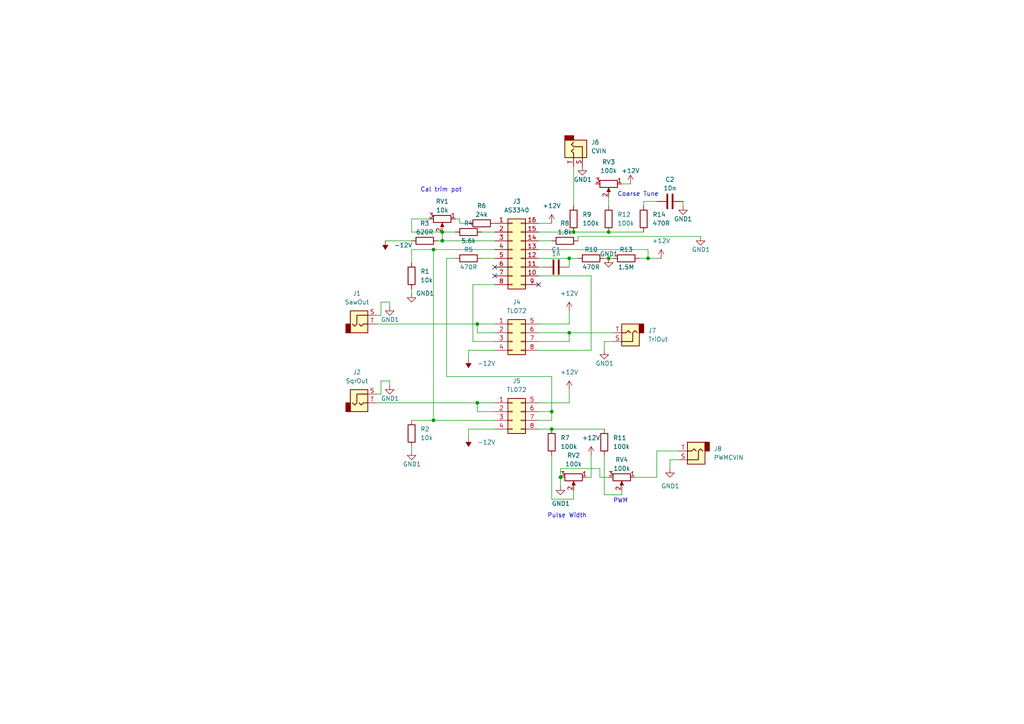
<source format=kicad_sch>
(kicad_sch (version 20211123) (generator eeschema)
  (paper "A4")
  (lib_symbols
    (symbol "Connector:AudioJack2"
      (property "Reference" "J" (at 0 8.89 0))
      (property "Value" "AudioJack2" (at 0 6.35 0))
      (symbol "AudioJack2_0_1"
        (rectangle (start -3.81 0) (end -2.54 -2.54) (stroke (width 0.254)) (fill (type outline)))
        (rectangle (start -2.54 3.81) (end 2.54 -2.54) (stroke (width 0.254)) (fill (type background)))
        (polyline (pts (xy 0 0) (xy 0.635 -0.635) (xy 1.27 0) (xy 2.54 0)) (stroke (width 0.254)))
        (polyline (pts (xy 2.54 2.54) (xy -0.635 2.54) (xy -0.635 0) (xy -1.27 -0.635) (xy -1.905 0)) (stroke (width 0.254)))
      )
      (symbol "AudioJack2_1_1"
        (pin passive line (at 5.08 2.54 180) (length 2.54) (name "~") (number "S"))
        (pin passive line (at 5.08 0 180) (length 2.54) (name "~") (number "T"))
      )
    )
    (symbol "Connector_Generic:Conn_02x04_Top_Bottom" (pin_names (offset 1.016) hide)
      (property "Reference" "J" (at 1.27 5.08 0))
      (property "Value" "Conn_02x04_Top_Bottom" (at 1.27 -7.62 0))
      (symbol "Conn_02x04_Top_Bottom_1_1"
        (rectangle (start -1.27 -4.953) (end 0 -5.207) (stroke (width 0.1524)))
        (rectangle (start -1.27 -2.413) (end 0 -2.667) (stroke (width 0.1524)))
        (rectangle (start -1.27 0.127) (end 0 -0.127) (stroke (width 0.1524)))
        (rectangle (start -1.27 2.667) (end 0 2.413) (stroke (width 0.1524)))
        (rectangle (start -1.27 3.81) (end 3.81 -6.35) (stroke (width 0.254)) (fill (type background)))
        (rectangle (start 3.81 -4.953) (end 2.54 -5.207) (stroke (width 0.1524)))
        (rectangle (start 3.81 -2.413) (end 2.54 -2.667) (stroke (width 0.1524)))
        (rectangle (start 3.81 0.127) (end 2.54 -0.127) (stroke (width 0.1524)))
        (rectangle (start 3.81 2.667) (end 2.54 2.413) (stroke (width 0.1524)))
        (pin passive line (at -5.08 2.54 0) (length 3.81) (name "Pin_1") (number "1"))
        (pin passive line (at -5.08 0 0) (length 3.81) (name "Pin_2") (number "2"))
        (pin passive line (at -5.08 -2.54 0) (length 3.81) (name "Pin_3") (number "3"))
        (pin passive line (at -5.08 -5.08 0) (length 3.81) (name "Pin_4") (number "4"))
        (pin passive line (at 7.62 2.54 180) (length 3.81) (name "Pin_5") (number "5"))
        (pin passive line (at 7.62 0 180) (length 3.81) (name "Pin_6") (number "6"))
        (pin passive line (at 7.62 -2.54 180) (length 3.81) (name "Pin_7") (number "7"))
        (pin passive line (at 7.62 -5.08 180) (length 3.81) (name "Pin_8") (number "8"))
      )
    )
    (symbol "Connector_Generic:Conn_02x08_Counter_Clockwise" (pin_names (offset 1.016) hide)
      (property "Reference" "J" (at 1.27 10.16 0))
      (property "Value" "Conn_02x08_Counter_Clockwise" (at 1.27 -12.7 0))
      (symbol "Conn_02x08_Counter_Clockwise_1_1"
        (rectangle (start -1.27 -10.033) (end 0 -10.287) (stroke (width 0.1524)))
        (rectangle (start -1.27 -7.493) (end 0 -7.747) (stroke (width 0.1524)))
        (rectangle (start -1.27 -4.953) (end 0 -5.207) (stroke (width 0.1524)))
        (rectangle (start -1.27 -2.413) (end 0 -2.667) (stroke (width 0.1524)))
        (rectangle (start -1.27 0.127) (end 0 -0.127) (stroke (width 0.1524)))
        (rectangle (start -1.27 2.667) (end 0 2.413) (stroke (width 0.1524)))
        (rectangle (start -1.27 5.207) (end 0 4.953) (stroke (width 0.1524)))
        (rectangle (start -1.27 7.747) (end 0 7.493) (stroke (width 0.1524)))
        (rectangle (start -1.27 8.89) (end 3.81 -11.43) (stroke (width 0.254)) (fill (type background)))
        (rectangle (start 3.81 -10.033) (end 2.54 -10.287) (stroke (width 0.1524)))
        (rectangle (start 3.81 -7.493) (end 2.54 -7.747) (stroke (width 0.1524)))
        (rectangle (start 3.81 -4.953) (end 2.54 -5.207) (stroke (width 0.1524)))
        (rectangle (start 3.81 -2.413) (end 2.54 -2.667) (stroke (width 0.1524)))
        (rectangle (start 3.81 0.127) (end 2.54 -0.127) (stroke (width 0.1524)))
        (rectangle (start 3.81 2.667) (end 2.54 2.413) (stroke (width 0.1524)))
        (rectangle (start 3.81 5.207) (end 2.54 4.953) (stroke (width 0.1524)))
        (rectangle (start 3.81 7.747) (end 2.54 7.493) (stroke (width 0.1524)))
        (pin passive line (at -5.08 7.62 0) (length 3.81) (name "Pin_1") (number "1"))
        (pin passive line (at 7.62 -7.62 180) (length 3.81) (name "Pin_10") (number "10"))
        (pin passive line (at 7.62 -5.08 180) (length 3.81) (name "Pin_11") (number "11"))
        (pin passive line (at 7.62 -2.54 180) (length 3.81) (name "Pin_12") (number "12"))
        (pin passive line (at 7.62 0 180) (length 3.81) (name "Pin_13") (number "13"))
        (pin passive line (at 7.62 2.54 180) (length 3.81) (name "Pin_14") (number "14"))
        (pin passive line (at 7.62 5.08 180) (length 3.81) (name "Pin_15") (number "15"))
        (pin passive line (at 7.62 7.62 180) (length 3.81) (name "Pin_16") (number "16"))
        (pin passive line (at -5.08 5.08 0) (length 3.81) (name "Pin_2") (number "2"))
        (pin passive line (at -5.08 2.54 0) (length 3.81) (name "Pin_3") (number "3"))
        (pin passive line (at -5.08 0 0) (length 3.81) (name "Pin_4") (number "4"))
        (pin passive line (at -5.08 -2.54 0) (length 3.81) (name "Pin_5") (number "5"))
        (pin passive line (at -5.08 -5.08 0) (length 3.81) (name "Pin_6") (number "6"))
        (pin passive line (at -5.08 -7.62 0) (length 3.81) (name "Pin_7") (number "7"))
        (pin passive line (at -5.08 -10.16 0) (length 3.81) (name "Pin_8") (number "8"))
        (pin passive line (at 7.62 -10.16 180) (length 3.81) (name "Pin_9") (number "9"))
      )
    )
    (symbol "Device:C" (pin_numbers hide) (pin_names (offset 0.254))
      (property "Reference" "C" (at 0.635 2.54 0))
      (property "Value" "C" (at 0.635 -2.54 0))
      (symbol "C_0_1"
        (polyline (pts (xy -2.032 -0.762) (xy 2.032 -0.762)) (stroke (width 0.508)))
        (polyline (pts (xy -2.032 0.762) (xy 2.032 0.762)) (stroke (width 0.508)))
      )
      (symbol "C_1_1"
        (pin passive line (at 0 3.81 270) (length 2.794) (name "~") (number "1"))
        (pin passive line (at 0 -3.81 90) (length 2.794) (name "~") (number "2"))
      )
    )
    (symbol "Device:R" (pin_numbers hide) (pin_names (offset 0))
      (property "Reference" "R" (at 2.032 0 90))
      (property "Value" "R" (at 0 0 90))
      (symbol "R_0_1"
        (rectangle (start -1.016 -2.54) (end 1.016 2.54) (stroke (width 0.254)))
      )
      (symbol "R_1_1"
        (pin passive line (at 0 3.81 270) (length 1.27) (name "~") (number "1"))
        (pin passive line (at 0 -3.81 90) (length 1.27) (name "~") (number "2"))
      )
    )
    (symbol "Device:R_Potentiometer" (pin_names (offset 1.016) hide)
      (property "Reference" "RV" (at -4.445 0 90))
      (property "Value" "R_Potentiometer" (at -2.54 0 90))
      (symbol "R_Potentiometer_0_1"
        (polyline (pts (xy 2.54 0) (xy 1.524 0)))
        (polyline (pts (xy 1.143 0) (xy 2.286 0.508) (xy 2.286 -0.508) (xy 1.143 0)) (fill (type outline)))
        (rectangle (start 1.016 2.54) (end -1.016 -2.54) (stroke (width 0.254)))
      )
      (symbol "R_Potentiometer_1_1"
        (pin passive line (at 0 3.81 270) (length 1.27) (name "1") (number "1"))
        (pin passive line (at 3.81 0 180) (length 1.27) (name "2") (number "2"))
        (pin passive line (at 0 -3.81 90) (length 1.27) (name "3") (number "3"))
      )
    )
    (symbol "power:+12V" (power) (pin_names (offset 0))
      (property "Value" "+12V" (at 0 3.556 0))
      (symbol "+12V_0_1"
        (polyline (pts (xy -0.762 1.27) (xy 0 2.54)))
        (polyline (pts (xy 0 0) (xy 0 2.54)))
        (polyline (pts (xy 0 2.54) (xy 0.762 1.27)))
      )
      (symbol "+12V_1_1"
        (pin power_in line (at 0 0 90) (length 0) hide (name "+12V") (number "1"))
      )
    )
    (symbol "power:-12V" (power) (pin_names (offset 0))
      (property "Value" "-12V" (at 0 3.81 0))
      (symbol "-12V_0_0"
        (pin power_in line (at 0 0 90) (length 0) hide (name "-12V") (number "1"))
      )
      (symbol "-12V_0_1"
        (polyline (pts (xy 0 0) (xy 0 1.27) (xy 0.762 1.27) (xy 0 2.54) (xy -0.762 1.27) (xy 0 1.27)) (fill (type outline)))
      )
    )
    (symbol "power:GND1" (power) (pin_names (offset 0))
      (property "Value" "GND1" (at 0 -3.81 0))
      (symbol "GND1_0_1"
        (polyline (pts (xy 0 0) (xy 0 -1.27) (xy 1.27 -1.27) (xy 0 -2.54) (xy -1.27 -1.27) (xy 0 -1.27)))
      )
      (symbol "GND1_1_1"
        (pin power_in line (at 0 0 270) (length 0) hide (name "GND1") (number "1"))
      )
    )
  )
  (junction (at 166.37 67.31))
  (junction (at 125.73 72.39))
  (junction (at 128.27 67.31))
  (junction (at 176.53 74.93))
  (junction (at 160.02 124.46))
  (junction (at 176.53 67.31))
  (junction (at 138.43 93.98))
  (junction (at 162.56 138.43))
  (junction (at 165.1 96.52))
  (junction (at 160.02 119.38))
  (junction (at 138.43 116.84))
  (junction (at 165.1 74.93))
  (junction (at 128.27 69.85))
  (junction (at 187.96 74.93))
  (junction (at 125.73 121.92))
  (no_connect (at 143.51 80.01))
  (no_connect (at 143.51 77.47))
  (no_connect (at 156.21 82.55))
  (wire (pts (xy 180.34 53.34) (xy 182.88 53.34)))
  (wire (pts (xy 165.1 74.93) (xy 167.64 74.93)))
  (wire (pts (xy 128.27 67.31) (xy 128.27 69.85)))
  (wire (pts (xy 167.64 68.58) (xy 203.2 68.58)))
  (wire (pts (xy 177.8 99.06) (xy 175.26 99.06)))
  (wire (pts (xy 119.38 72.39) (xy 125.73 72.39)))
  (wire (pts (xy 138.43 96.52) (xy 143.51 96.52)))
  (wire (pts (xy 156.21 116.84) (xy 165.1 116.84)))
  (wire (pts (xy 196.85 133.35) (xy 194.31 133.35)))
  (wire (pts (xy 176.53 138.43) (xy 173.99 138.43)))
  (wire (pts (xy 143.51 82.55) (xy 137.16 82.55)))
  (wire (pts (xy 113.03 87.63) (xy 113.03 88.9)))
  (wire (pts (xy 165.1 96.52) (xy 165.1 99.06)))
  (wire (pts (xy 135.89 127) (xy 135.89 124.46)))
  (wire (pts (xy 165.1 96.52) (xy 177.8 96.52)))
  (wire (pts (xy 156.21 96.52) (xy 165.1 96.52)))
  (wire (pts (xy 171.45 80.01) (xy 171.45 101.6)))
  (wire (pts (xy 190.5 130.81) (xy 190.5 138.43)))
  (wire (pts (xy 162.56 138.43) (xy 162.56 140.97)))
  (wire (pts (xy 160.02 119.38) (xy 160.02 121.92)))
  (wire (pts (xy 180.34 142.24) (xy 180.34 143.51)))
  (wire (pts (xy 184.15 138.43) (xy 190.5 138.43)))
  (wire (pts (xy 109.22 93.98) (xy 138.43 93.98)))
  (wire (pts (xy 138.43 119.38) (xy 143.51 119.38)))
  (wire (pts (xy 175.26 132.08) (xy 175.26 143.51)))
  (wire (pts (xy 176.53 57.15) (xy 176.53 59.69)))
  (wire (pts (xy 156.21 67.31) (xy 166.37 67.31)))
  (wire (pts (xy 156.21 93.98) (xy 165.1 93.98)))
  (wire (pts (xy 133.35 64.77) (xy 135.89 64.77)))
  (wire (pts (xy 190.5 130.81) (xy 196.85 130.81)))
  (wire (pts (xy 135.89 124.46) (xy 143.51 124.46)))
  (wire (pts (xy 175.26 99.06) (xy 175.26 101.6)))
  (wire (pts (xy 186.69 59.69) (xy 186.69 58.42)))
  (wire (pts (xy 170.18 138.43) (xy 171.45 138.43)))
  (wire (pts (xy 139.7 74.93) (xy 143.51 74.93)))
  (wire (pts (xy 162.56 135.89) (xy 162.56 138.43)))
  (wire (pts (xy 160.02 124.46) (xy 175.26 124.46)))
  (wire (pts (xy 187.96 74.93) (xy 191.77 74.93)))
  (wire (pts (xy 137.16 99.06) (xy 143.51 99.06)))
  (wire (pts (xy 156.21 121.92) (xy 160.02 121.92)))
  (wire (pts (xy 119.38 121.92) (xy 125.73 121.92)))
  (wire (pts (xy 138.43 93.98) (xy 138.43 96.52)))
  (wire (pts (xy 138.43 116.84) (xy 138.43 119.38)))
  (wire (pts (xy 156.21 124.46) (xy 160.02 124.46)))
  (wire (pts (xy 139.7 67.31) (xy 143.51 67.31)))
  (wire (pts (xy 110.49 87.63) (xy 113.03 87.63)))
  (wire (pts (xy 135.89 101.6) (xy 143.51 101.6)))
  (wire (pts (xy 135.89 104.14) (xy 135.89 101.6)))
  (wire (pts (xy 125.73 72.39) (xy 143.51 72.39)))
  (wire (pts (xy 160.02 119.38) (xy 156.21 119.38)))
  (wire (pts (xy 156.21 72.39) (xy 187.96 72.39)))
  (wire (pts (xy 156.21 77.47) (xy 157.48 77.47)))
  (wire (pts (xy 173.99 138.43) (xy 173.99 135.89)))
  (wire (pts (xy 128.27 69.85) (xy 143.51 69.85)))
  (wire (pts (xy 194.31 133.35) (xy 194.31 135.89)))
  (wire (pts (xy 125.73 72.39) (xy 125.73 121.92)))
  (wire (pts (xy 166.37 67.31) (xy 176.53 67.31)))
  (wire (pts (xy 129.54 74.93) (xy 129.54 109.22)))
  (wire (pts (xy 160.02 132.08) (xy 160.02 144.78)))
  (wire (pts (xy 166.37 48.26) (xy 166.37 59.69)))
  (wire (pts (xy 165.1 74.93) (xy 165.1 77.47)))
  (wire (pts (xy 132.08 63.5) (xy 133.35 63.5)))
  (wire (pts (xy 185.42 74.93) (xy 187.96 74.93)))
  (wire (pts (xy 129.54 109.22) (xy 160.02 109.22)))
  (wire (pts (xy 109.22 91.44) (xy 110.49 91.44)))
  (wire (pts (xy 124.46 63.5) (xy 119.38 63.5)))
  (wire (pts (xy 125.73 121.92) (xy 143.51 121.92)))
  (wire (pts (xy 127 69.85) (xy 128.27 69.85)))
  (wire (pts (xy 156.21 74.93) (xy 165.1 74.93)))
  (wire (pts (xy 156.21 99.06) (xy 165.1 99.06)))
  (wire (pts (xy 119.38 129.54) (xy 119.38 130.81)))
  (wire (pts (xy 198.12 58.42) (xy 198.12 59.69)))
  (wire (pts (xy 138.43 116.84) (xy 143.51 116.84)))
  (wire (pts (xy 187.96 72.39) (xy 187.96 74.93)))
  (wire (pts (xy 160.02 109.22) (xy 160.02 119.38)))
  (wire (pts (xy 175.26 143.51) (xy 180.34 143.51)))
  (wire (pts (xy 176.53 67.31) (xy 186.69 67.31)))
  (wire (pts (xy 119.38 67.31) (xy 128.27 67.31)))
  (wire (pts (xy 119.38 83.82) (xy 119.38 85.09)))
  (wire (pts (xy 166.37 142.24) (xy 166.37 144.78)))
  (wire (pts (xy 109.22 114.3) (xy 110.49 114.3)))
  (wire (pts (xy 156.21 64.77) (xy 160.02 64.77)))
  (wire (pts (xy 160.02 144.78) (xy 166.37 144.78)))
  (wire (pts (xy 171.45 101.6) (xy 156.21 101.6)))
  (wire (pts (xy 110.49 110.49) (xy 113.03 110.49)))
  (wire (pts (xy 110.49 91.44) (xy 110.49 87.63)))
  (wire (pts (xy 156.21 69.85) (xy 160.02 69.85)))
  (wire (pts (xy 110.49 114.3) (xy 110.49 110.49)))
  (wire (pts (xy 173.99 135.89) (xy 162.56 135.89)))
  (wire (pts (xy 133.35 63.5) (xy 133.35 64.77)))
  (wire (pts (xy 175.26 74.93) (xy 176.53 74.93)))
  (wire (pts (xy 119.38 63.5) (xy 119.38 67.31)))
  (wire (pts (xy 111.76 69.85) (xy 119.38 69.85)))
  (wire (pts (xy 119.38 76.2) (xy 119.38 72.39)))
  (wire (pts (xy 109.22 116.84) (xy 138.43 116.84)))
  (wire (pts (xy 138.43 93.98) (xy 143.51 93.98)))
  (wire (pts (xy 186.69 58.42) (xy 190.5 58.42)))
  (wire (pts (xy 176.53 74.93) (xy 177.8 74.93)))
  (wire (pts (xy 128.27 67.31) (xy 132.08 67.31)))
  (wire (pts (xy 156.21 80.01) (xy 171.45 80.01)))
  (wire (pts (xy 171.45 132.08) (xy 171.45 138.43)))
  (wire (pts (xy 165.1 113.03) (xy 165.1 116.84)))
  (wire (pts (xy 132.08 74.93) (xy 129.54 74.93)))
  (wire (pts (xy 113.03 110.49) (xy 113.03 111.76)))
  (wire (pts (xy 137.16 82.55) (xy 137.16 99.06)))
  (wire (pts (xy 165.1 93.98) (xy 165.1 90.17)))
  (wire (pts (xy 167.64 69.85) (xy 167.64 68.58)))
  (text "Pulse Width\n\n" (at 158.75 152.4 0) (effects (font (size 1.27 1.27)) (justify left bottom)))
  (text "PWM" (at 177.8 146.05 0) (effects (font (size 1.27 1.27)) (justify left bottom)))
  (text "Cal trim pot" (at 121.92 55.88 0) (effects (font (size 1.27 1.27)) (justify left bottom)))
  (text "Coarse Tune\n" (at 179.07 57.15 0) (effects (font (size 1.27 1.27)) (justify left bottom)))
  (symbol (lib_id "power:-12V") (at 135.89 127 180) (unit 1)
    (property "Reference" "#PWR07" (effects hide))
    (property "Value" "-12V" (at 138.43 128.2699 0) (effects (justify right)))
  )
  (symbol (lib_id "Connector:AudioJack2") (at 104.14 93.98 0) (unit 1)
    (property "Reference" "J1" (at 103.505 85.09 0))
    (property "Value" "SawOut" (at 103.505 87.63 0))
  )
  (symbol (lib_id "power:-12V") (at 111.76 69.85 180) (unit 1)
    (property "Reference" "#PWR01" (effects hide))
    (property "Value" "-12V" (at 114.3 71.1199 0) (effects (justify right)))
  )
  (symbol (lib_id "power:GND1") (at 176.53 74.93 0) (unit 1)
    (property "Reference" "#PWR015" (effects hide))
    (property "Value" "GND1" (at 173.99 73.66 0) (effects (justify left)))
  )
  (symbol (lib_id "Device:R") (at 186.69 63.5 0) (unit 1)
    (property "Reference" "R14" (at 189.23 62.2299 0) (effects (justify left)))
    (property "Value" "470R" (at 189.23 64.77 0) (effects (justify left)))
  )
  (symbol (lib_id "power:GND1") (at 119.38 85.09 0) (unit 1)
    (property "Reference" "#PWR04" (effects hide))
    (property "Value" "GND1" (at 120.65 85.09 0) (effects (justify left)))
  )
  (symbol (lib_id "Device:R") (at 176.53 63.5 0) (unit 1)
    (property "Reference" "R12" (at 179.07 62.2299 0) (effects (justify left)))
    (property "Value" "100k" (at 179.07 64.7699 0) (effects (justify left)))
  )
  (symbol (lib_id "Device:C") (at 194.31 58.42 90) (unit 1)
    (property "Reference" "C2" (at 194.31 52.07 90))
    (property "Value" "10n" (at 194.31 54.61 90))
  )
  (symbol (lib_id "power:GND1") (at 198.12 59.69 0) (unit 1)
    (property "Reference" "#PWR018" (effects hide))
    (property "Value" "GND1" (at 198.12 63.5 0))
  )
  (symbol (lib_id "power:GND1") (at 113.03 88.9 0) (unit 1)
    (property "Reference" "#PWR02" (effects hide))
    (property "Value" "GND1" (at 110.49 92.71 0) (effects (justify left)))
  )
  (symbol (lib_id "Connector_Generic:Conn_02x04_Top_Bottom") (at 148.59 119.38 0) (unit 1)
    (property "Reference" "J5" (at 149.86 110.49 0))
    (property "Value" "TL072" (at 149.86 113.03 0))
  )
  (symbol (lib_id "Connector:AudioJack2") (at 104.14 116.84 0) (unit 1)
    (property "Reference" "J2" (at 103.505 107.95 0))
    (property "Value" "SqrOut" (at 103.505 110.49 0))
  )
  (symbol (lib_id "Device:R") (at 135.89 74.93 90) (unit 1)
    (property "Reference" "R5" (at 135.89 72.39 90))
    (property "Value" "470R" (at 135.89 77.47 90))
  )
  (symbol (lib_id "Device:R") (at 163.83 69.85 90) (unit 1)
    (property "Reference" "R8" (at 163.83 64.77 90))
    (property "Value" "1.8k" (at 163.83 67.31 90))
  )
  (symbol (lib_id "Device:R") (at 139.7 64.77 90) (unit 1)
    (property "Reference" "R6" (at 139.7 59.69 90))
    (property "Value" "24k" (at 139.7 62.23 90))
  )
  (symbol (lib_id "Device:R") (at 123.19 69.85 90) (unit 1)
    (property "Reference" "R3" (at 123.19 64.77 90))
    (property "Value" "620R" (at 123.19 67.31 90))
  )
  (symbol (lib_id "Device:R") (at 119.38 125.73 180) (unit 1)
    (property "Reference" "R2" (at 121.92 124.4599 0) (effects (justify right)))
    (property "Value" "10k" (at 121.92 126.9999 0) (effects (justify right)))
  )
  (symbol (lib_id "power:GND1") (at 119.38 130.81 0) (unit 1)
    (property "Reference" "#PWR05" (effects hide))
    (property "Value" "GND1" (at 116.84 134.62 0) (effects (justify left)))
  )
  (symbol (lib_id "Device:R_Potentiometer") (at 176.53 53.34 270) (unit 1)
    (property "Reference" "RV3" (at 176.53 46.99 90))
    (property "Value" "100k" (at 176.53 49.53 90))
  )
  (symbol (lib_id "Device:C") (at 161.29 77.47 90) (unit 1)
    (property "Reference" "C1" (at 161.29 72.39 90))
    (property "Value" "1n" (at 161.29 73.66 90))
  )
  (symbol (lib_id "Device:R") (at 171.45 74.93 90) (unit 1)
    (property "Reference" "R10" (at 171.45 72.39 90))
    (property "Value" "470R" (at 171.45 77.47 90))
  )
  (symbol (lib_id "Connector:AudioJack2") (at 182.88 96.52 180) (unit 1)
    (property "Reference" "J7" (at 187.96 95.8849 0) (effects (justify right)))
    (property "Value" "TriOut" (at 187.96 98.4249 0) (effects (justify right)))
  )
  (symbol (lib_id "Device:R_Potentiometer") (at 180.34 138.43 270) (unit 1)
    (property "Reference" "RV4" (at 180.34 133.35 90))
    (property "Value" "100k" (at 180.34 135.89 90))
  )
  (symbol (lib_id "power:+12V") (at 165.1 113.03 0) (unit 1)
    (property "Reference" "#PWR011" (effects hide))
    (property "Value" "+12V" (at 165.1 107.95 0))
  )
  (symbol (lib_id "Device:R") (at 175.26 128.27 0) (unit 1)
    (property "Reference" "R11" (at 177.8 126.9999 0) (effects (justify left)))
    (property "Value" "100k" (at 177.8 129.5399 0) (effects (justify left)))
  )
  (symbol (lib_id "power:GND1") (at 168.91 48.26 0) (unit 1)
    (property "Reference" "#PWR012" (effects hide))
    (property "Value" "GND1" (at 166.37 52.07 0) (effects (justify left)))
  )
  (symbol (lib_id "power:GND1") (at 194.31 135.89 0) (unit 1)
    (property "Reference" "#PWR019" (effects hide))
    (property "Value" "GND1" (at 191.77 140.97 0) (effects (justify left)))
  )
  (symbol (lib_id "Connector_Generic:Conn_02x04_Top_Bottom") (at 148.59 96.52 0) (unit 1)
    (property "Reference" "J4" (at 149.86 87.63 0))
    (property "Value" "TL072" (at 149.86 90.17 0))
  )
  (symbol (lib_id "Device:R_Potentiometer") (at 128.27 63.5 270) (unit 1)
    (property "Reference" "RV1" (at 128.27 58.42 90))
    (property "Value" "10k" (at 128.27 60.96 90))
  )
  (symbol (lib_id "power:+12V") (at 182.88 53.34 0) (unit 1)
    (property "Reference" "#PWR016" (effects hide))
    (property "Value" "+12V" (at 182.88 49.53 0))
  )
  (symbol (lib_id "power:-12V") (at 135.89 104.14 180) (unit 1)
    (property "Reference" "#PWR06" (effects hide))
    (property "Value" "-12V" (at 138.43 105.4099 0) (effects (justify right)))
  )
  (symbol (lib_id "power:GND1") (at 162.56 140.97 0) (unit 1)
    (property "Reference" "#PWR09" (effects hide))
    (property "Value" "GND1" (at 160.02 146.05 0) (effects (justify left)))
  )
  (symbol (lib_id "power:GND1") (at 175.26 101.6 0) (unit 1)
    (property "Reference" "#PWR014" (effects hide))
    (property "Value" "GND1" (at 172.72 105.41 0) (effects (justify left)))
  )
  (symbol (lib_id "power:GND1") (at 203.2 68.58 0) (unit 1)
    (property "Reference" "#PWR020" (effects hide))
    (property "Value" "GND1" (at 200.66 72.39 0) (effects (justify left)))
  )
  (symbol (lib_id "power:+12V") (at 191.77 74.93 0) (unit 1)
    (property "Reference" "#PWR017" (effects hide))
    (property "Value" "+12V" (at 191.77 69.85 0))
  )
  (symbol (lib_id "power:+12V") (at 165.1 90.17 0) (unit 1)
    (property "Reference" "#PWR010" (effects hide))
    (property "Value" "+12V" (at 165.1 85.09 0))
  )
  (symbol (lib_id "Device:R") (at 166.37 63.5 0) (unit 1)
    (property "Reference" "R9" (at 168.91 62.2299 0) (effects (justify left)))
    (property "Value" "100k" (at 168.91 64.7699 0) (effects (justify left)))
  )
  (symbol (lib_id "power:GND1") (at 113.03 111.76 0) (unit 1)
    (property "Reference" "#PWR03" (effects hide))
    (property "Value" "GND1" (at 110.49 115.57 0) (effects (justify left)))
  )
  (symbol (lib_id "Connector:AudioJack2") (at 201.93 130.81 180) (unit 1)
    (property "Reference" "J8" (at 207.01 130.1749 0) (effects (justify right)))
    (property "Value" "PWMCVIN" (at 207.01 132.7149 0) (effects (justify right)))
  )
  (symbol (lib_id "Device:R") (at 119.38 80.01 180) (unit 1)
    (property "Reference" "R1" (at 121.92 78.7399 0) (effects (justify right)))
    (property "Value" "10k" (at 121.92 81.2799 0) (effects (justify right)))
  )
  (symbol (lib_id "Device:R") (at 181.61 74.93 90) (unit 1)
    (property "Reference" "R13" (at 181.61 72.39 90))
    (property "Value" "1.5M" (at 181.61 77.47 90))
  )
  (symbol (lib_id "Connector:AudioJack2") (at 166.37 43.18 270) (unit 1)
    (property "Reference" "J6" (at 171.45 41.2749 90) (effects (justify left)))
    (property "Value" "CVIN" (at 171.45 43.8149 90) (effects (justify left)))
  )
  (symbol (lib_id "power:+12V") (at 171.45 132.08 0) (unit 1)
    (property "Reference" "#PWR013" (effects hide))
    (property "Value" "+12V" (at 171.45 127 0))
  )
  (symbol (lib_id "Device:R") (at 160.02 128.27 0) (unit 1)
    (property "Reference" "R7" (at 162.56 126.9999 0) (effects (justify left)))
    (property "Value" "100k" (at 162.56 129.5399 0) (effects (justify left)))
  )
  (symbol (lib_id "Device:R_Potentiometer") (at 166.37 138.43 270) (unit 1)
    (property "Reference" "RV2" (at 166.37 132.08 90))
    (property "Value" "100k" (at 166.37 134.62 90))
  )
  (symbol (lib_id "Connector_Generic:Conn_02x08_Counter_Clockwise") (at 148.59 72.39 0) (unit 1)
    (property "Reference" "J3" (at 149.86 58.42 0))
    (property "Value" "AS3340" (at 149.86 60.96 0))
  )
  (symbol (lib_id "Device:R") (at 135.89 67.31 90) (unit 1)
    (property "Reference" "R4" (at 135.89 64.77 90))
    (property "Value" "5.6k" (at 135.89 69.85 90))
  )
  (symbol (lib_id "power:+12V") (at 160.02 64.77 0) (unit 1)
    (property "Reference" "#PWR08" (effects hide))
    (property "Value" "+12V" (at 160.02 59.69 0))
  )
)
</source>
